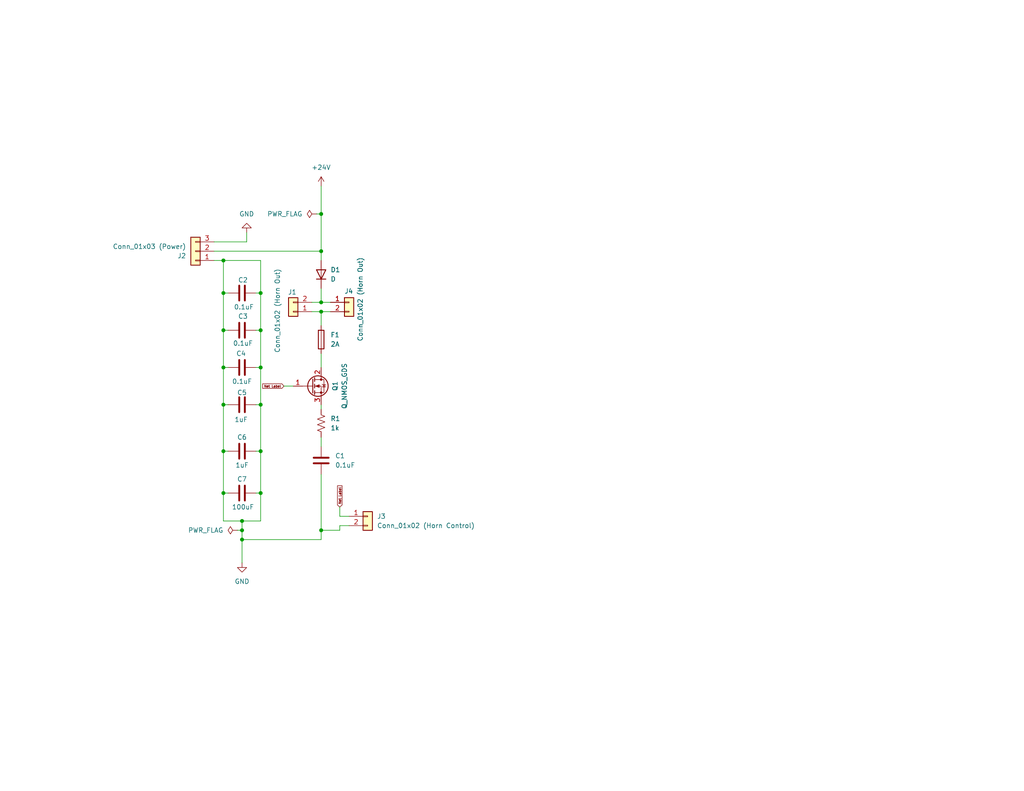
<source format=kicad_sch>
(kicad_sch (version 20231120) (generator "eeschema") (generator_version "8.0")
  (paper "USLetter")
  (title_block (title "krp10_Horms") (date "2022-08-16") (rev "0.0") (company "Illini Solar Car") (comment 1 "Designed By: Karthik"))
  (lib_symbols
    (symbol "Connector_Generic:Conn_01x02" (pin_names (offset 1.016) hide)
      (property "Reference" "J" (at 0 2.54 0))
      (property "Value" "Conn_01x02" (at 0 -5.08 0))
      (symbol "Conn_01x02_1_1"
        (rectangle (start -1.27 -2.413) (end 0 -2.667) (stroke (width 0.1524)))
        (rectangle (start -1.27 0.127) (end 0 -0.127) (stroke (width 0.1524)))
        (rectangle (start -1.27 1.27) (end 1.27 -3.81) (stroke (width 0.254)) (fill (type background)))
        (pin passive line (at -5.08 0 0) (length 3.81) (name "Pin_1") (number "1"))
        (pin passive line (at -5.08 -2.54 0) (length 3.81) (name "Pin_2") (number "2"))
      )
    )
    (symbol "Connector_Generic:Conn_01x03" (pin_names (offset 1.016) hide)
      (property "Reference" "J" (at 0 5.08 0))
      (property "Value" "Conn_01x03" (at 0 -5.08 0))
      (symbol "Conn_01x03_1_1"
        (rectangle (start -1.27 -2.413) (end 0 -2.667) (stroke (width 0.1524)))
        (rectangle (start -1.27 0.127) (end 0 -0.127) (stroke (width 0.1524)))
        (rectangle (start -1.27 2.667) (end 0 2.413) (stroke (width 0.1524)))
        (rectangle (start -1.27 3.81) (end 1.27 -3.81) (stroke (width 0.254)) (fill (type background)))
        (pin passive line (at -5.08 2.54 0) (length 3.81) (name "Pin_1") (number "1"))
        (pin passive line (at -5.08 0 0) (length 3.81) (name "Pin_2") (number "2"))
        (pin passive line (at -5.08 -2.54 0) (length 3.81) (name "Pin_3") (number "3"))
      )
    )
    (symbol "Device:D" (pin_numbers hide) (pin_names (offset 1.016) hide)
      (property "Reference" "D" (at 0 2.54 0))
      (property "Value" "D" (at 0 -2.54 0))
      (symbol "D_0_1"
        (polyline (pts (xy -1.27 1.27) (xy -1.27 -1.27)) (stroke (width 0.254)))
        (polyline (pts (xy 1.27 0) (xy -1.27 0)))
        (polyline (pts (xy 1.27 1.27) (xy 1.27 -1.27) (xy -1.27 0) (xy 1.27 1.27)) (stroke (width 0.254)))
      )
      (symbol "D_1_1"
        (pin passive line (at -3.81 0 0) (length 2.54) (name "K") (number "1"))
        (pin passive line (at 3.81 0 180) (length 2.54) (name "A") (number "2"))
      )
    )
    (symbol "Device:Fuse" (pin_numbers hide) (pin_names (offset 0))
      (property "Reference" "F" (at 2.032 0 90))
      (property "Value" "Fuse" (at -1.905 0 90))
      (symbol "Fuse_0_1"
        (rectangle (start -0.762 -2.54) (end 0.762 2.54) (stroke (width 0.254)))
        (polyline (pts (xy 0 2.54) (xy 0 -2.54)))
      )
      (symbol "Fuse_1_1"
        (pin passive line (at 0 3.81 270) (length 1.27) (name "~") (number "1"))
        (pin passive line (at 0 -3.81 90) (length 1.27) (name "~") (number "2"))
      )
    )
    (symbol "device:C" (pin_numbers hide) (pin_names (offset 0.254))
      (property "Reference" "C" (at 0.635 2.54 0))
      (property "Value" "C" (at 0.635 -2.54 0))
      (symbol "C_0_1"
        (polyline (pts (xy -2.032 -0.762) (xy 2.032 -0.762)) (stroke (width 0.508)))
        (polyline (pts (xy -2.032 0.762) (xy 2.032 0.762)) (stroke (width 0.508)))
      )
      (symbol "C_1_1"
        (pin passive line (at 0 3.81 270) (length 2.794) (name "~") (number "1"))
        (pin passive line (at 0 -3.81 90) (length 2.794) (name "~") (number "2"))
      )
    )
    (symbol "device:Q_NMOS_GDS" (pin_names (offset 0) hide)
      (property "Reference" "Q" (at 5.08 1.27 0))
      (property "Value" "Q_NMOS_GDS" (at 5.08 -1.27 0))
      (symbol "Q_NMOS_GDS_0_1"
        (polyline (pts (xy 0.254 0) (xy -2.54 0)))
        (polyline (pts (xy 0.254 1.905) (xy 0.254 -1.905)) (stroke (width 0.254)))
        (polyline (pts (xy 0.762 -1.27) (xy 0.762 -2.286)) (stroke (width 0.254)))
        (polyline (pts (xy 0.762 0.508) (xy 0.762 -0.508)) (stroke (width 0.254)))
        (polyline (pts (xy 0.762 2.286) (xy 0.762 1.27)) (stroke (width 0.254)))
        (polyline (pts (xy 2.54 2.54) (xy 2.54 1.778)))
        (polyline (pts (xy 2.54 -2.54) (xy 2.54 0) (xy 0.762 0)))
        (polyline (pts (xy 0.762 -1.778) (xy 3.302 -1.778) (xy 3.302 1.778) (xy 0.762 1.778)))
        (polyline (pts (xy 1.016 0) (xy 2.032 0.381) (xy 2.032 -0.381) (xy 1.016 0)) (fill (type outline)))
        (polyline (pts (xy 2.794 0.508) (xy 2.921 0.381) (xy 3.683 0.381) (xy 3.81 0.254)))
        (polyline (pts (xy 3.302 0.381) (xy 2.921 -0.254) (xy 3.683 -0.254) (xy 3.302 0.381)))
        (circle (center 1.651 0) (radius 2.794) (stroke (width 0.254)))
        (circle (center 2.54 -1.778) (radius 0.254) (fill (type outline)))
        (circle (center 2.54 1.778) (radius 0.254) (fill (type outline)))
      )
      (symbol "Q_NMOS_GDS_1_1"
        (pin input line (at -5.08 0 0) (length 2.54) (name "G") (number "1"))
        (pin passive line (at 2.54 5.08 270) (length 2.54) (name "D") (number "2"))
        (pin passive line (at 2.54 -5.08 90) (length 2.54) (name "S") (number "3"))
      )
    )
    (symbol "device:R_US" (pin_numbers hide) (pin_names (offset 0))
      (property "Reference" "R" (at 2.54 0 90))
      (property "Value" "R_US" (at -2.54 0 90))
      (symbol "R_US_0_1"
        (polyline (pts (xy 0 -2.286) (xy 0 -2.54)))
        (polyline (pts (xy 0 2.286) (xy 0 2.54)))
        (polyline (pts (xy 0 -0.762) (xy 1.016 -1.143) (xy 0 -1.524) (xy -1.016 -1.905) (xy 0 -2.286)))
        (polyline (pts (xy 0 0.762) (xy 1.016 0.381) (xy 0 0) (xy -1.016 -0.381) (xy 0 -0.762)))
        (polyline (pts (xy 0 2.286) (xy 1.016 1.905) (xy 0 1.524) (xy -1.016 1.143) (xy 0 0.762)))
      )
      (symbol "R_US_1_1"
        (pin passive line (at 0 3.81 270) (length 1.27) (name "~") (number "1"))
        (pin passive line (at 0 -3.81 90) (length 1.27) (name "~") (number "2"))
      )
    )
    (symbol "power:+24V" (power) (pin_names (offset 0))
      (property "Value" "+24V" (at 0 3.556 0))
      (symbol "+24V_0_1"
        (polyline (pts (xy -0.762 1.27) (xy 0 2.54)))
        (polyline (pts (xy 0 0) (xy 0 2.54)))
        (polyline (pts (xy 0 2.54) (xy 0.762 1.27)))
      )
      (symbol "+24V_1_1"
        (pin power_in line (at 0 0 90) (length 0) hide (name "+24V") (number "1"))
      )
    )
    (symbol "power:GND" (power) (pin_names (offset 0))
      (property "Value" "GND" (at 0 -3.81 0))
      (symbol "GND_0_1"
        (polyline (pts (xy 0 0) (xy 0 -1.27) (xy 1.27 -1.27) (xy 0 -2.54) (xy -1.27 -1.27) (xy 0 -1.27)))
      )
      (symbol "GND_1_1"
        (pin power_in line (at 0 0 270) (length 0) hide (name "GND") (number "1"))
      )
    )
    (symbol "power:PWR_FLAG" (power) (pin_numbers hide) (pin_names (offset 0) hide)
      (property "Value" "PWR_FLAG" (at 0 3.81 0))
      (symbol "PWR_FLAG_0_0"
        (pin power_out line (at 0 0 90) (length 0) (name "pwr") (number "1"))
      )
      (symbol "PWR_FLAG_0_1"
        (polyline (pts (xy 0 0) (xy 0 1.27) (xy -1.016 1.905) (xy 0 2.54) (xy 1.016 1.905) (xy 0 1.27)))
      )
    )
  )
  (junction (at 60.96 100.33))
  (junction (at 60.96 110.49))
  (junction (at 66.04 144.78))
  (junction (at 87.63 85.09))
  (junction (at 87.63 144.78))
  (junction (at 71.12 123.19))
  (junction (at 71.12 80.01))
  (junction (at 71.12 100.33))
  (junction (at 60.96 71.12))
  (junction (at 71.12 134.62))
  (junction (at 87.63 82.55))
  (junction (at 71.12 110.49))
  (junction (at 66.04 147.32))
  (junction (at 60.96 134.62))
  (junction (at 87.63 68.58))
  (junction (at 87.63 58.42))
  (junction (at 71.12 90.17))
  (junction (at 66.04 142.24))
  (junction (at 60.96 80.01))
  (junction (at 60.96 123.19))
  (junction (at 60.96 90.17))
  (wire (pts (xy 60.96 90.17) (xy 60.96 100.33)))
  (wire (pts (xy 60.96 71.12) (xy 71.12 71.12)))
  (wire (pts (xy 71.12 90.17) (xy 71.12 100.33)))
  (wire (pts (xy 87.63 129.54) (xy 87.63 144.78)))
  (wire (pts (xy 58.42 71.12) (xy 60.96 71.12)))
  (wire (pts (xy 66.04 142.24) (xy 71.12 142.24)))
  (wire (pts (xy 87.63 58.42) (xy 87.63 68.58)))
  (wire (pts (xy 71.12 123.19) (xy 71.12 134.62)))
  (wire (pts (xy 60.96 80.01) (xy 62.23 80.01)))
  (wire (pts (xy 87.63 144.78) (xy 92.71 144.78)))
  (wire (pts (xy 92.71 138.43) (xy 92.71 140.97)))
  (wire (pts (xy 66.04 144.78) (xy 66.04 147.32)))
  (wire (pts (xy 60.96 100.33) (xy 62.23 100.33)))
  (wire (pts (xy 86.36 58.42) (xy 87.63 58.42)))
  (wire (pts (xy 77.47 105.41) (xy 80.01 105.41)))
  (wire (pts (xy 60.96 71.12) (xy 60.96 80.01)))
  (wire (pts (xy 69.85 134.62) (xy 71.12 134.62)))
  (wire (pts (xy 66.04 147.32) (xy 87.63 147.32)))
  (wire (pts (xy 69.85 123.19) (xy 71.12 123.19)))
  (wire (pts (xy 69.85 80.01) (xy 71.12 80.01)))
  (wire (pts (xy 69.85 110.49) (xy 71.12 110.49)))
  (wire (pts (xy 60.96 134.62) (xy 62.23 134.62)))
  (wire (pts (xy 87.63 78.74) (xy 87.63 82.55)))
  (wire (pts (xy 66.04 142.24) (xy 66.04 144.78)))
  (wire (pts (xy 67.31 66.04) (xy 67.31 63.5)))
  (wire (pts (xy 87.63 96.52) (xy 87.63 100.33)))
  (wire (pts (xy 71.12 71.12) (xy 71.12 80.01)))
  (wire (pts (xy 71.12 80.01) (xy 71.12 90.17)))
  (wire (pts (xy 60.96 100.33) (xy 60.96 110.49)))
  (wire (pts (xy 71.12 134.62) (xy 71.12 142.24)))
  (wire (pts (xy 69.85 90.17) (xy 71.12 90.17)))
  (wire (pts (xy 95.25 143.51) (xy 92.71 143.51)))
  (wire (pts (xy 85.09 85.09) (xy 87.63 85.09)))
  (wire (pts (xy 60.96 110.49) (xy 62.23 110.49)))
  (wire (pts (xy 60.96 123.19) (xy 62.23 123.19)))
  (wire (pts (xy 60.96 142.24) (xy 66.04 142.24)))
  (wire (pts (xy 87.63 119.38) (xy 87.63 121.92)))
  (wire (pts (xy 60.96 110.49) (xy 60.96 123.19)))
  (wire (pts (xy 71.12 100.33) (xy 71.12 110.49)))
  (wire (pts (xy 92.71 143.51) (xy 92.71 144.78)))
  (wire (pts (xy 87.63 68.58) (xy 87.63 71.12)))
  (wire (pts (xy 60.96 134.62) (xy 60.96 142.24)))
  (wire (pts (xy 60.96 90.17) (xy 62.23 90.17)))
  (wire (pts (xy 95.25 140.97) (xy 92.71 140.97)))
  (wire (pts (xy 87.63 85.09) (xy 87.63 88.9)))
  (wire (pts (xy 58.42 68.58) (xy 87.63 68.58)))
  (wire (pts (xy 87.63 147.32) (xy 87.63 144.78)))
  (wire (pts (xy 64.77 144.78) (xy 66.04 144.78)))
  (wire (pts (xy 71.12 110.49) (xy 71.12 123.19)))
  (wire (pts (xy 87.63 82.55) (xy 90.17 82.55)))
  (wire (pts (xy 87.63 110.49) (xy 87.63 111.76)))
  (wire (pts (xy 60.96 80.01) (xy 60.96 90.17)))
  (wire (pts (xy 87.63 85.09) (xy 90.17 85.09)))
  (wire (pts (xy 58.42 66.04) (xy 67.31 66.04)))
  (wire (pts (xy 87.63 50.8) (xy 87.63 58.42)))
  (wire (pts (xy 69.85 100.33) (xy 71.12 100.33)))
  (wire (pts (xy 85.09 82.55) (xy 87.63 82.55)))
  (wire (pts (xy 66.04 147.32) (xy 66.04 153.67)))
  (wire (pts (xy 60.96 123.19) (xy 60.96 134.62)))
  (global_label "Net Label" (shape input) (at 92.71 138.43 90) (effects (font (size 0.635 0.635))) (property "Intersheetrefs" "${INTERSHEET_REFS}" (effects (hide yes))))
  (global_label "Net Label" (shape input) (at 77.47 105.41 180) (effects (font (size 0.635 0.635))) (property "Intersheetrefs" "${INTERSHEET_REFS}" (effects (hide yes))))
  (symbol (lib_id "power:GND") (at 67.31 63.5 180) (unit 1)
    (property "Reference" "#PWR03" (effects (hide yes)))
    (property "Value" "GND" (at 67.31 58.42 0))
    (property "Description" "Power symbol creates a global label with name \"GND\" , ground" (effects (hide yes)))
  )
  (symbol (lib_id "Connector_Generic:Conn_01x02") (at 95.25 82.55 0) (unit 1)
    (property "Reference" "J4" (at 93.98 79.502 0) (effects (justify left)))
    (property "Value" "Conn_01x02 (Horn Out)" (at 98.298 93.218 90) (effects (justify left)))
    (property "Description" "Generic connector, single row, 01x02, script generated (kicad-library-utils/schlib/autogen/connector/)" (effects (hide yes)))
  )
  (symbol (lib_id "power:PWR_FLAG") (at 64.77 144.78 90) (unit 1)
    (property "Reference" "#FLG01" (effects (hide yes)))
    (property "Value" "PWR_FLAG" (at 60.96 144.7799 90) (effects (justify left)))
    (property "Description" "Special symbol for telling ERC where power comes from" (effects (hide yes)))
  )
  (symbol (lib_id "device:C") (at 66.04 123.19 90) (unit 1)
    (property "Reference" "C6" (at 66.04 119.38 90))
    (property "Value" "1uF" (at 66.04 127 90))
    (property "Description" "Unpolarized capacitor" (effects (hide yes)))
  )
  (symbol (lib_id "device:Q_NMOS_GDS") (at 85.09 105.41 0) (unit 1)
    (property "Reference" "Q1" (at 91.44 105.41 90))
    (property "Value" "Q_NMOS_GDS" (at 93.98 105.41 90))
    (property "Description" "N-MOSFET transistor, gate/drain/source" (effects (hide yes)))
  )
  (symbol (lib_id "device:C") (at 66.04 110.49 90) (unit 1)
    (property "Reference" "C5" (at 66.04 107.188 90))
    (property "Value" "1uF" (at 65.786 114.554 90))
    (property "Description" "Unpolarized capacitor" (effects (hide yes)))
  )
  (symbol (lib_id "power:GND") (at 66.04 153.67 0) (unit 1)
    (property "Reference" "#PWR04" (effects (hide yes)))
    (property "Value" "GND" (at 66.04 158.75 0))
    (property "Description" "Power symbol creates a global label with name \"GND\" , ground" (effects (hide yes)))
  )
  (symbol (lib_id "Device:D") (at 87.63 74.93 90) (unit 1)
    (property "Reference" "D1" (at 90.17 73.6599 90) (effects (justify right)))
    (property "Value" "D" (at 90.17 76.1999 90) (effects (justify right)))
    (property "Description" "Diode" (effects (hide yes)))
    (property "Sim.Device" "D" (effects (hide yes)))
    (property "Sim.Pins" "1=K 2=A" (effects (hide yes)))
  )
  (symbol (lib_id "device:R_US") (at 87.63 115.57 0) (unit 1)
    (property "Reference" "R1" (at 90.17 114.2999 0) (effects (justify left)))
    (property "Value" "1k" (at 90.17 116.8399 0) (effects (justify left)))
    (property "Description" "Resistor, US symbol" (effects (hide yes)))
  )
  (symbol (lib_id "Device:Fuse") (at 87.63 92.71 0) (unit 1)
    (property "Reference" "F1" (at 90.17 91.4399 0) (effects (justify left)))
    (property "Value" "2A" (at 90.17 93.9799 0) (effects (justify left)))
    (property "Description" "Fuse" (effects (hide yes)))
  )
  (symbol (lib_id "Connector_Generic:Conn_01x03") (at 53.34 68.58 180) (unit 1)
    (property "Reference" "J2" (at 50.8 69.8501 0) (effects (justify left)))
    (property "Value" "Conn_01x03 (Power)" (at 50.8 67.3101 0) (effects (justify left)))
    (property "Description" "Generic connector, single row, 01x03, script generated (kicad-library-utils/schlib/autogen/connector/)" (effects (hide yes)))
  )
  (symbol (lib_id "device:C") (at 87.63 125.73 0) (unit 1)
    (property "Reference" "C1" (at 91.44 124.4599 0) (effects (justify left)))
    (property "Value" "0.1uF" (at 91.44 126.9999 0) (effects (justify left)))
    (property "Description" "Unpolarized capacitor" (effects (hide yes)))
  )
  (symbol (lib_id "device:C") (at 66.04 90.17 90) (unit 1)
    (property "Reference" "C3" (at 66.294 86.36 90))
    (property "Value" "0.1uF" (at 66.294 93.726 90))
    (property "Description" "Unpolarized capacitor" (effects (hide yes)))
  )
  (symbol (lib_id "power:PWR_FLAG") (at 86.36 58.42 90) (unit 1)
    (property "Reference" "#FLG02" (effects (hide yes)))
    (property "Value" "PWR_FLAG" (at 82.55 58.4199 90) (effects (justify left)))
    (property "Description" "Special symbol for telling ERC where power comes from" (effects (hide yes)))
  )
  (symbol (lib_id "device:C") (at 66.04 134.62 90) (unit 1)
    (property "Reference" "C7" (at 66.04 130.81 90))
    (property "Value" "100uF" (at 66.294 138.43 90))
    (property "Description" "Unpolarized capacitor" (effects (hide yes)))
  )
  (symbol (lib_id "Connector_Generic:Conn_01x02") (at 80.01 85.09 180) (unit 1)
    (property "Reference" "J1" (at 79.756 79.756 0))
    (property "Value" "Conn_01x02 (Horn Out)" (at 75.692 84.836 90))
    (property "Description" "Generic connector, single row, 01x02, script generated (kicad-library-utils/schlib/autogen/connector/)" (effects (hide yes)))
  )
  (symbol (lib_id "Connector_Generic:Conn_01x02") (at 100.33 140.97 0) (unit 1)
    (property "Reference" "J3" (at 102.87 140.9699 0) (effects (justify left)))
    (property "Value" "Conn_01x02 (Horn Control)" (at 102.87 143.5099 0) (effects (justify left)))
    (property "Description" "Generic connector, single row, 01x02, script generated (kicad-library-utils/schlib/autogen/connector/)" (effects (hide yes)))
  )
  (symbol (lib_id "power:+24V") (at 87.63 50.8 0) (unit 1)
    (property "Reference" "#PWR01" (effects (hide yes)))
    (property "Value" "+24V" (at 87.63 45.72 0))
    (property "Description" "Power symbol creates a global label with name \"+24V\"" (effects (hide yes)))
  )
  (symbol (lib_id "device:C") (at 66.04 80.01 90) (unit 1)
    (property "Reference" "C2" (at 66.294 76.454 90))
    (property "Value" "0.1uF" (at 66.548 83.82 90))
    (property "Description" "Unpolarized capacitor" (effects (hide yes)))
  )
  (symbol (lib_id "device:C") (at 66.04 100.33 270) (unit 1)
    (property "Reference" "C4" (at 65.786 96.52 90))
    (property "Value" "0.1uF" (at 66.04 104.14 90))
    (property "Description" "Unpolarized capacitor" (effects (hide yes)))
  )
)
</source>
